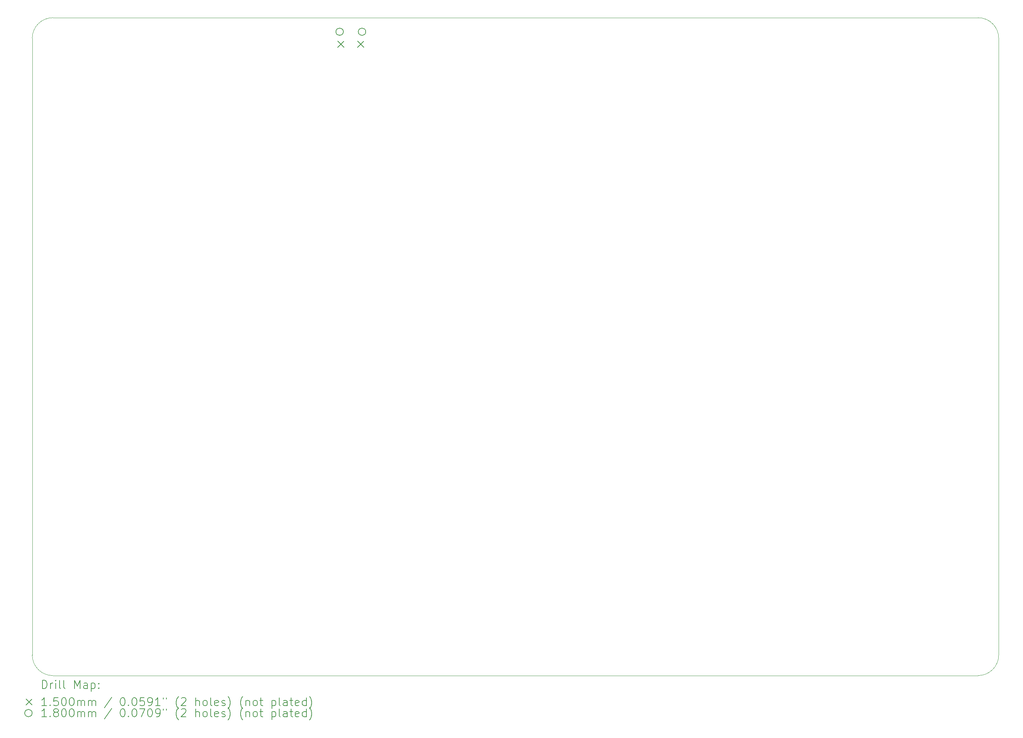
<source format=gbr>
%TF.GenerationSoftware,KiCad,Pcbnew,7.0.1*%
%TF.CreationDate,2024-12-08T14:30:28-06:00*%
%TF.ProjectId,input-output.MappedVideo,696e7075-742d-46f7-9574-7075742e4d61,V0.8*%
%TF.SameCoordinates,Original*%
%TF.FileFunction,Drillmap*%
%TF.FilePolarity,Positive*%
%FSLAX45Y45*%
G04 Gerber Fmt 4.5, Leading zero omitted, Abs format (unit mm)*
G04 Created by KiCad (PCBNEW 7.0.1) date 2024-12-08 14:30:28*
%MOMM*%
%LPD*%
G01*
G04 APERTURE LIST*
%ADD10C,0.050000*%
%ADD11C,0.200000*%
%ADD12C,0.150000*%
%ADD13C,0.180000*%
G04 APERTURE END LIST*
D10*
X3500000Y-7500000D02*
X3500000Y-22500000D01*
X4000000Y-23000000D02*
X26500000Y-23000000D01*
X27000000Y-22500000D02*
X27000000Y-7500000D01*
X26500000Y-7000000D02*
X4000000Y-7000000D01*
X27000000Y-7500000D02*
G75*
G03*
X26500000Y-7000000I-500000J0D01*
G01*
X3500000Y-22500000D02*
G75*
G03*
X4000000Y-23000000I500000J0D01*
G01*
X4000000Y-7000000D02*
G75*
G03*
X3500000Y-7500000I0J-500000D01*
G01*
X26500000Y-23000000D02*
G75*
G03*
X27000000Y-22500000I0J500000D01*
G01*
D11*
D12*
X10929500Y-7569200D02*
X11079500Y-7719200D01*
X11079500Y-7569200D02*
X10929500Y-7719200D01*
X11414500Y-7569200D02*
X11564500Y-7719200D01*
X11564500Y-7569200D02*
X11414500Y-7719200D01*
D13*
X11064500Y-7341200D02*
G75*
G03*
X11064500Y-7341200I-90000J0D01*
G01*
X11609500Y-7341200D02*
G75*
G03*
X11609500Y-7341200I-90000J0D01*
G01*
D11*
X3745119Y-23315024D02*
X3745119Y-23115024D01*
X3745119Y-23115024D02*
X3792738Y-23115024D01*
X3792738Y-23115024D02*
X3821309Y-23124548D01*
X3821309Y-23124548D02*
X3840357Y-23143595D01*
X3840357Y-23143595D02*
X3849881Y-23162643D01*
X3849881Y-23162643D02*
X3859405Y-23200738D01*
X3859405Y-23200738D02*
X3859405Y-23229309D01*
X3859405Y-23229309D02*
X3849881Y-23267405D01*
X3849881Y-23267405D02*
X3840357Y-23286452D01*
X3840357Y-23286452D02*
X3821309Y-23305500D01*
X3821309Y-23305500D02*
X3792738Y-23315024D01*
X3792738Y-23315024D02*
X3745119Y-23315024D01*
X3945119Y-23315024D02*
X3945119Y-23181690D01*
X3945119Y-23219786D02*
X3954643Y-23200738D01*
X3954643Y-23200738D02*
X3964167Y-23191214D01*
X3964167Y-23191214D02*
X3983214Y-23181690D01*
X3983214Y-23181690D02*
X4002262Y-23181690D01*
X4068928Y-23315024D02*
X4068928Y-23181690D01*
X4068928Y-23115024D02*
X4059405Y-23124548D01*
X4059405Y-23124548D02*
X4068928Y-23134071D01*
X4068928Y-23134071D02*
X4078452Y-23124548D01*
X4078452Y-23124548D02*
X4068928Y-23115024D01*
X4068928Y-23115024D02*
X4068928Y-23134071D01*
X4192738Y-23315024D02*
X4173690Y-23305500D01*
X4173690Y-23305500D02*
X4164167Y-23286452D01*
X4164167Y-23286452D02*
X4164167Y-23115024D01*
X4297500Y-23315024D02*
X4278452Y-23305500D01*
X4278452Y-23305500D02*
X4268929Y-23286452D01*
X4268929Y-23286452D02*
X4268929Y-23115024D01*
X4526071Y-23315024D02*
X4526071Y-23115024D01*
X4526071Y-23115024D02*
X4592738Y-23257881D01*
X4592738Y-23257881D02*
X4659405Y-23115024D01*
X4659405Y-23115024D02*
X4659405Y-23315024D01*
X4840357Y-23315024D02*
X4840357Y-23210262D01*
X4840357Y-23210262D02*
X4830833Y-23191214D01*
X4830833Y-23191214D02*
X4811786Y-23181690D01*
X4811786Y-23181690D02*
X4773690Y-23181690D01*
X4773690Y-23181690D02*
X4754643Y-23191214D01*
X4840357Y-23305500D02*
X4821310Y-23315024D01*
X4821310Y-23315024D02*
X4773690Y-23315024D01*
X4773690Y-23315024D02*
X4754643Y-23305500D01*
X4754643Y-23305500D02*
X4745119Y-23286452D01*
X4745119Y-23286452D02*
X4745119Y-23267405D01*
X4745119Y-23267405D02*
X4754643Y-23248357D01*
X4754643Y-23248357D02*
X4773690Y-23238833D01*
X4773690Y-23238833D02*
X4821310Y-23238833D01*
X4821310Y-23238833D02*
X4840357Y-23229309D01*
X4935595Y-23181690D02*
X4935595Y-23381690D01*
X4935595Y-23191214D02*
X4954643Y-23181690D01*
X4954643Y-23181690D02*
X4992738Y-23181690D01*
X4992738Y-23181690D02*
X5011786Y-23191214D01*
X5011786Y-23191214D02*
X5021310Y-23200738D01*
X5021310Y-23200738D02*
X5030833Y-23219786D01*
X5030833Y-23219786D02*
X5030833Y-23276928D01*
X5030833Y-23276928D02*
X5021310Y-23295976D01*
X5021310Y-23295976D02*
X5011786Y-23305500D01*
X5011786Y-23305500D02*
X4992738Y-23315024D01*
X4992738Y-23315024D02*
X4954643Y-23315024D01*
X4954643Y-23315024D02*
X4935595Y-23305500D01*
X5116548Y-23295976D02*
X5126071Y-23305500D01*
X5126071Y-23305500D02*
X5116548Y-23315024D01*
X5116548Y-23315024D02*
X5107024Y-23305500D01*
X5107024Y-23305500D02*
X5116548Y-23295976D01*
X5116548Y-23295976D02*
X5116548Y-23315024D01*
X5116548Y-23191214D02*
X5126071Y-23200738D01*
X5126071Y-23200738D02*
X5116548Y-23210262D01*
X5116548Y-23210262D02*
X5107024Y-23200738D01*
X5107024Y-23200738D02*
X5116548Y-23191214D01*
X5116548Y-23191214D02*
X5116548Y-23210262D01*
D12*
X3347500Y-23567500D02*
X3497500Y-23717500D01*
X3497500Y-23567500D02*
X3347500Y-23717500D01*
D11*
X3849881Y-23735024D02*
X3735595Y-23735024D01*
X3792738Y-23735024D02*
X3792738Y-23535024D01*
X3792738Y-23535024D02*
X3773690Y-23563595D01*
X3773690Y-23563595D02*
X3754643Y-23582643D01*
X3754643Y-23582643D02*
X3735595Y-23592167D01*
X3935595Y-23715976D02*
X3945119Y-23725500D01*
X3945119Y-23725500D02*
X3935595Y-23735024D01*
X3935595Y-23735024D02*
X3926071Y-23725500D01*
X3926071Y-23725500D02*
X3935595Y-23715976D01*
X3935595Y-23715976D02*
X3935595Y-23735024D01*
X4126071Y-23535024D02*
X4030833Y-23535024D01*
X4030833Y-23535024D02*
X4021309Y-23630262D01*
X4021309Y-23630262D02*
X4030833Y-23620738D01*
X4030833Y-23620738D02*
X4049881Y-23611214D01*
X4049881Y-23611214D02*
X4097500Y-23611214D01*
X4097500Y-23611214D02*
X4116548Y-23620738D01*
X4116548Y-23620738D02*
X4126071Y-23630262D01*
X4126071Y-23630262D02*
X4135595Y-23649309D01*
X4135595Y-23649309D02*
X4135595Y-23696928D01*
X4135595Y-23696928D02*
X4126071Y-23715976D01*
X4126071Y-23715976D02*
X4116548Y-23725500D01*
X4116548Y-23725500D02*
X4097500Y-23735024D01*
X4097500Y-23735024D02*
X4049881Y-23735024D01*
X4049881Y-23735024D02*
X4030833Y-23725500D01*
X4030833Y-23725500D02*
X4021309Y-23715976D01*
X4259405Y-23535024D02*
X4278452Y-23535024D01*
X4278452Y-23535024D02*
X4297500Y-23544548D01*
X4297500Y-23544548D02*
X4307024Y-23554071D01*
X4307024Y-23554071D02*
X4316548Y-23573119D01*
X4316548Y-23573119D02*
X4326071Y-23611214D01*
X4326071Y-23611214D02*
X4326071Y-23658833D01*
X4326071Y-23658833D02*
X4316548Y-23696928D01*
X4316548Y-23696928D02*
X4307024Y-23715976D01*
X4307024Y-23715976D02*
X4297500Y-23725500D01*
X4297500Y-23725500D02*
X4278452Y-23735024D01*
X4278452Y-23735024D02*
X4259405Y-23735024D01*
X4259405Y-23735024D02*
X4240357Y-23725500D01*
X4240357Y-23725500D02*
X4230833Y-23715976D01*
X4230833Y-23715976D02*
X4221310Y-23696928D01*
X4221310Y-23696928D02*
X4211786Y-23658833D01*
X4211786Y-23658833D02*
X4211786Y-23611214D01*
X4211786Y-23611214D02*
X4221310Y-23573119D01*
X4221310Y-23573119D02*
X4230833Y-23554071D01*
X4230833Y-23554071D02*
X4240357Y-23544548D01*
X4240357Y-23544548D02*
X4259405Y-23535024D01*
X4449881Y-23535024D02*
X4468929Y-23535024D01*
X4468929Y-23535024D02*
X4487976Y-23544548D01*
X4487976Y-23544548D02*
X4497500Y-23554071D01*
X4497500Y-23554071D02*
X4507024Y-23573119D01*
X4507024Y-23573119D02*
X4516548Y-23611214D01*
X4516548Y-23611214D02*
X4516548Y-23658833D01*
X4516548Y-23658833D02*
X4507024Y-23696928D01*
X4507024Y-23696928D02*
X4497500Y-23715976D01*
X4497500Y-23715976D02*
X4487976Y-23725500D01*
X4487976Y-23725500D02*
X4468929Y-23735024D01*
X4468929Y-23735024D02*
X4449881Y-23735024D01*
X4449881Y-23735024D02*
X4430833Y-23725500D01*
X4430833Y-23725500D02*
X4421310Y-23715976D01*
X4421310Y-23715976D02*
X4411786Y-23696928D01*
X4411786Y-23696928D02*
X4402262Y-23658833D01*
X4402262Y-23658833D02*
X4402262Y-23611214D01*
X4402262Y-23611214D02*
X4411786Y-23573119D01*
X4411786Y-23573119D02*
X4421310Y-23554071D01*
X4421310Y-23554071D02*
X4430833Y-23544548D01*
X4430833Y-23544548D02*
X4449881Y-23535024D01*
X4602262Y-23735024D02*
X4602262Y-23601690D01*
X4602262Y-23620738D02*
X4611786Y-23611214D01*
X4611786Y-23611214D02*
X4630833Y-23601690D01*
X4630833Y-23601690D02*
X4659405Y-23601690D01*
X4659405Y-23601690D02*
X4678452Y-23611214D01*
X4678452Y-23611214D02*
X4687976Y-23630262D01*
X4687976Y-23630262D02*
X4687976Y-23735024D01*
X4687976Y-23630262D02*
X4697500Y-23611214D01*
X4697500Y-23611214D02*
X4716548Y-23601690D01*
X4716548Y-23601690D02*
X4745119Y-23601690D01*
X4745119Y-23601690D02*
X4764167Y-23611214D01*
X4764167Y-23611214D02*
X4773691Y-23630262D01*
X4773691Y-23630262D02*
X4773691Y-23735024D01*
X4868929Y-23735024D02*
X4868929Y-23601690D01*
X4868929Y-23620738D02*
X4878452Y-23611214D01*
X4878452Y-23611214D02*
X4897500Y-23601690D01*
X4897500Y-23601690D02*
X4926072Y-23601690D01*
X4926072Y-23601690D02*
X4945119Y-23611214D01*
X4945119Y-23611214D02*
X4954643Y-23630262D01*
X4954643Y-23630262D02*
X4954643Y-23735024D01*
X4954643Y-23630262D02*
X4964167Y-23611214D01*
X4964167Y-23611214D02*
X4983214Y-23601690D01*
X4983214Y-23601690D02*
X5011786Y-23601690D01*
X5011786Y-23601690D02*
X5030833Y-23611214D01*
X5030833Y-23611214D02*
X5040357Y-23630262D01*
X5040357Y-23630262D02*
X5040357Y-23735024D01*
X5430833Y-23525500D02*
X5259405Y-23782643D01*
X5687976Y-23535024D02*
X5707024Y-23535024D01*
X5707024Y-23535024D02*
X5726072Y-23544548D01*
X5726072Y-23544548D02*
X5735595Y-23554071D01*
X5735595Y-23554071D02*
X5745119Y-23573119D01*
X5745119Y-23573119D02*
X5754643Y-23611214D01*
X5754643Y-23611214D02*
X5754643Y-23658833D01*
X5754643Y-23658833D02*
X5745119Y-23696928D01*
X5745119Y-23696928D02*
X5735595Y-23715976D01*
X5735595Y-23715976D02*
X5726072Y-23725500D01*
X5726072Y-23725500D02*
X5707024Y-23735024D01*
X5707024Y-23735024D02*
X5687976Y-23735024D01*
X5687976Y-23735024D02*
X5668929Y-23725500D01*
X5668929Y-23725500D02*
X5659405Y-23715976D01*
X5659405Y-23715976D02*
X5649881Y-23696928D01*
X5649881Y-23696928D02*
X5640357Y-23658833D01*
X5640357Y-23658833D02*
X5640357Y-23611214D01*
X5640357Y-23611214D02*
X5649881Y-23573119D01*
X5649881Y-23573119D02*
X5659405Y-23554071D01*
X5659405Y-23554071D02*
X5668929Y-23544548D01*
X5668929Y-23544548D02*
X5687976Y-23535024D01*
X5840357Y-23715976D02*
X5849881Y-23725500D01*
X5849881Y-23725500D02*
X5840357Y-23735024D01*
X5840357Y-23735024D02*
X5830833Y-23725500D01*
X5830833Y-23725500D02*
X5840357Y-23715976D01*
X5840357Y-23715976D02*
X5840357Y-23735024D01*
X5973691Y-23535024D02*
X5992738Y-23535024D01*
X5992738Y-23535024D02*
X6011786Y-23544548D01*
X6011786Y-23544548D02*
X6021310Y-23554071D01*
X6021310Y-23554071D02*
X6030833Y-23573119D01*
X6030833Y-23573119D02*
X6040357Y-23611214D01*
X6040357Y-23611214D02*
X6040357Y-23658833D01*
X6040357Y-23658833D02*
X6030833Y-23696928D01*
X6030833Y-23696928D02*
X6021310Y-23715976D01*
X6021310Y-23715976D02*
X6011786Y-23725500D01*
X6011786Y-23725500D02*
X5992738Y-23735024D01*
X5992738Y-23735024D02*
X5973691Y-23735024D01*
X5973691Y-23735024D02*
X5954643Y-23725500D01*
X5954643Y-23725500D02*
X5945119Y-23715976D01*
X5945119Y-23715976D02*
X5935595Y-23696928D01*
X5935595Y-23696928D02*
X5926072Y-23658833D01*
X5926072Y-23658833D02*
X5926072Y-23611214D01*
X5926072Y-23611214D02*
X5935595Y-23573119D01*
X5935595Y-23573119D02*
X5945119Y-23554071D01*
X5945119Y-23554071D02*
X5954643Y-23544548D01*
X5954643Y-23544548D02*
X5973691Y-23535024D01*
X6221310Y-23535024D02*
X6126072Y-23535024D01*
X6126072Y-23535024D02*
X6116548Y-23630262D01*
X6116548Y-23630262D02*
X6126072Y-23620738D01*
X6126072Y-23620738D02*
X6145119Y-23611214D01*
X6145119Y-23611214D02*
X6192738Y-23611214D01*
X6192738Y-23611214D02*
X6211786Y-23620738D01*
X6211786Y-23620738D02*
X6221310Y-23630262D01*
X6221310Y-23630262D02*
X6230833Y-23649309D01*
X6230833Y-23649309D02*
X6230833Y-23696928D01*
X6230833Y-23696928D02*
X6221310Y-23715976D01*
X6221310Y-23715976D02*
X6211786Y-23725500D01*
X6211786Y-23725500D02*
X6192738Y-23735024D01*
X6192738Y-23735024D02*
X6145119Y-23735024D01*
X6145119Y-23735024D02*
X6126072Y-23725500D01*
X6126072Y-23725500D02*
X6116548Y-23715976D01*
X6326072Y-23735024D02*
X6364167Y-23735024D01*
X6364167Y-23735024D02*
X6383214Y-23725500D01*
X6383214Y-23725500D02*
X6392738Y-23715976D01*
X6392738Y-23715976D02*
X6411786Y-23687405D01*
X6411786Y-23687405D02*
X6421310Y-23649309D01*
X6421310Y-23649309D02*
X6421310Y-23573119D01*
X6421310Y-23573119D02*
X6411786Y-23554071D01*
X6411786Y-23554071D02*
X6402262Y-23544548D01*
X6402262Y-23544548D02*
X6383214Y-23535024D01*
X6383214Y-23535024D02*
X6345119Y-23535024D01*
X6345119Y-23535024D02*
X6326072Y-23544548D01*
X6326072Y-23544548D02*
X6316548Y-23554071D01*
X6316548Y-23554071D02*
X6307024Y-23573119D01*
X6307024Y-23573119D02*
X6307024Y-23620738D01*
X6307024Y-23620738D02*
X6316548Y-23639786D01*
X6316548Y-23639786D02*
X6326072Y-23649309D01*
X6326072Y-23649309D02*
X6345119Y-23658833D01*
X6345119Y-23658833D02*
X6383214Y-23658833D01*
X6383214Y-23658833D02*
X6402262Y-23649309D01*
X6402262Y-23649309D02*
X6411786Y-23639786D01*
X6411786Y-23639786D02*
X6421310Y-23620738D01*
X6611786Y-23735024D02*
X6497500Y-23735024D01*
X6554643Y-23735024D02*
X6554643Y-23535024D01*
X6554643Y-23535024D02*
X6535595Y-23563595D01*
X6535595Y-23563595D02*
X6516548Y-23582643D01*
X6516548Y-23582643D02*
X6497500Y-23592167D01*
X6687976Y-23535024D02*
X6687976Y-23573119D01*
X6764167Y-23535024D02*
X6764167Y-23573119D01*
X7059405Y-23811214D02*
X7049881Y-23801690D01*
X7049881Y-23801690D02*
X7030834Y-23773119D01*
X7030834Y-23773119D02*
X7021310Y-23754071D01*
X7021310Y-23754071D02*
X7011786Y-23725500D01*
X7011786Y-23725500D02*
X7002262Y-23677881D01*
X7002262Y-23677881D02*
X7002262Y-23639786D01*
X7002262Y-23639786D02*
X7011786Y-23592167D01*
X7011786Y-23592167D02*
X7021310Y-23563595D01*
X7021310Y-23563595D02*
X7030834Y-23544548D01*
X7030834Y-23544548D02*
X7049881Y-23515976D01*
X7049881Y-23515976D02*
X7059405Y-23506452D01*
X7126072Y-23554071D02*
X7135595Y-23544548D01*
X7135595Y-23544548D02*
X7154643Y-23535024D01*
X7154643Y-23535024D02*
X7202262Y-23535024D01*
X7202262Y-23535024D02*
X7221310Y-23544548D01*
X7221310Y-23544548D02*
X7230834Y-23554071D01*
X7230834Y-23554071D02*
X7240357Y-23573119D01*
X7240357Y-23573119D02*
X7240357Y-23592167D01*
X7240357Y-23592167D02*
X7230834Y-23620738D01*
X7230834Y-23620738D02*
X7116548Y-23735024D01*
X7116548Y-23735024D02*
X7240357Y-23735024D01*
X7478453Y-23735024D02*
X7478453Y-23535024D01*
X7564167Y-23735024D02*
X7564167Y-23630262D01*
X7564167Y-23630262D02*
X7554643Y-23611214D01*
X7554643Y-23611214D02*
X7535596Y-23601690D01*
X7535596Y-23601690D02*
X7507024Y-23601690D01*
X7507024Y-23601690D02*
X7487976Y-23611214D01*
X7487976Y-23611214D02*
X7478453Y-23620738D01*
X7687976Y-23735024D02*
X7668929Y-23725500D01*
X7668929Y-23725500D02*
X7659405Y-23715976D01*
X7659405Y-23715976D02*
X7649881Y-23696928D01*
X7649881Y-23696928D02*
X7649881Y-23639786D01*
X7649881Y-23639786D02*
X7659405Y-23620738D01*
X7659405Y-23620738D02*
X7668929Y-23611214D01*
X7668929Y-23611214D02*
X7687976Y-23601690D01*
X7687976Y-23601690D02*
X7716548Y-23601690D01*
X7716548Y-23601690D02*
X7735596Y-23611214D01*
X7735596Y-23611214D02*
X7745119Y-23620738D01*
X7745119Y-23620738D02*
X7754643Y-23639786D01*
X7754643Y-23639786D02*
X7754643Y-23696928D01*
X7754643Y-23696928D02*
X7745119Y-23715976D01*
X7745119Y-23715976D02*
X7735596Y-23725500D01*
X7735596Y-23725500D02*
X7716548Y-23735024D01*
X7716548Y-23735024D02*
X7687976Y-23735024D01*
X7868929Y-23735024D02*
X7849881Y-23725500D01*
X7849881Y-23725500D02*
X7840357Y-23706452D01*
X7840357Y-23706452D02*
X7840357Y-23535024D01*
X8021310Y-23725500D02*
X8002262Y-23735024D01*
X8002262Y-23735024D02*
X7964167Y-23735024D01*
X7964167Y-23735024D02*
X7945119Y-23725500D01*
X7945119Y-23725500D02*
X7935596Y-23706452D01*
X7935596Y-23706452D02*
X7935596Y-23630262D01*
X7935596Y-23630262D02*
X7945119Y-23611214D01*
X7945119Y-23611214D02*
X7964167Y-23601690D01*
X7964167Y-23601690D02*
X8002262Y-23601690D01*
X8002262Y-23601690D02*
X8021310Y-23611214D01*
X8021310Y-23611214D02*
X8030834Y-23630262D01*
X8030834Y-23630262D02*
X8030834Y-23649309D01*
X8030834Y-23649309D02*
X7935596Y-23668357D01*
X8107024Y-23725500D02*
X8126072Y-23735024D01*
X8126072Y-23735024D02*
X8164167Y-23735024D01*
X8164167Y-23735024D02*
X8183215Y-23725500D01*
X8183215Y-23725500D02*
X8192738Y-23706452D01*
X8192738Y-23706452D02*
X8192738Y-23696928D01*
X8192738Y-23696928D02*
X8183215Y-23677881D01*
X8183215Y-23677881D02*
X8164167Y-23668357D01*
X8164167Y-23668357D02*
X8135596Y-23668357D01*
X8135596Y-23668357D02*
X8116548Y-23658833D01*
X8116548Y-23658833D02*
X8107024Y-23639786D01*
X8107024Y-23639786D02*
X8107024Y-23630262D01*
X8107024Y-23630262D02*
X8116548Y-23611214D01*
X8116548Y-23611214D02*
X8135596Y-23601690D01*
X8135596Y-23601690D02*
X8164167Y-23601690D01*
X8164167Y-23601690D02*
X8183215Y-23611214D01*
X8259405Y-23811214D02*
X8268929Y-23801690D01*
X8268929Y-23801690D02*
X8287977Y-23773119D01*
X8287977Y-23773119D02*
X8297500Y-23754071D01*
X8297500Y-23754071D02*
X8307024Y-23725500D01*
X8307024Y-23725500D02*
X8316548Y-23677881D01*
X8316548Y-23677881D02*
X8316548Y-23639786D01*
X8316548Y-23639786D02*
X8307024Y-23592167D01*
X8307024Y-23592167D02*
X8297500Y-23563595D01*
X8297500Y-23563595D02*
X8287977Y-23544548D01*
X8287977Y-23544548D02*
X8268929Y-23515976D01*
X8268929Y-23515976D02*
X8259405Y-23506452D01*
X8621310Y-23811214D02*
X8611786Y-23801690D01*
X8611786Y-23801690D02*
X8592739Y-23773119D01*
X8592739Y-23773119D02*
X8583215Y-23754071D01*
X8583215Y-23754071D02*
X8573691Y-23725500D01*
X8573691Y-23725500D02*
X8564167Y-23677881D01*
X8564167Y-23677881D02*
X8564167Y-23639786D01*
X8564167Y-23639786D02*
X8573691Y-23592167D01*
X8573691Y-23592167D02*
X8583215Y-23563595D01*
X8583215Y-23563595D02*
X8592739Y-23544548D01*
X8592739Y-23544548D02*
X8611786Y-23515976D01*
X8611786Y-23515976D02*
X8621310Y-23506452D01*
X8697500Y-23601690D02*
X8697500Y-23735024D01*
X8697500Y-23620738D02*
X8707024Y-23611214D01*
X8707024Y-23611214D02*
X8726072Y-23601690D01*
X8726072Y-23601690D02*
X8754643Y-23601690D01*
X8754643Y-23601690D02*
X8773691Y-23611214D01*
X8773691Y-23611214D02*
X8783215Y-23630262D01*
X8783215Y-23630262D02*
X8783215Y-23735024D01*
X8907024Y-23735024D02*
X8887977Y-23725500D01*
X8887977Y-23725500D02*
X8878453Y-23715976D01*
X8878453Y-23715976D02*
X8868929Y-23696928D01*
X8868929Y-23696928D02*
X8868929Y-23639786D01*
X8868929Y-23639786D02*
X8878453Y-23620738D01*
X8878453Y-23620738D02*
X8887977Y-23611214D01*
X8887977Y-23611214D02*
X8907024Y-23601690D01*
X8907024Y-23601690D02*
X8935596Y-23601690D01*
X8935596Y-23601690D02*
X8954643Y-23611214D01*
X8954643Y-23611214D02*
X8964167Y-23620738D01*
X8964167Y-23620738D02*
X8973691Y-23639786D01*
X8973691Y-23639786D02*
X8973691Y-23696928D01*
X8973691Y-23696928D02*
X8964167Y-23715976D01*
X8964167Y-23715976D02*
X8954643Y-23725500D01*
X8954643Y-23725500D02*
X8935596Y-23735024D01*
X8935596Y-23735024D02*
X8907024Y-23735024D01*
X9030834Y-23601690D02*
X9107024Y-23601690D01*
X9059405Y-23535024D02*
X9059405Y-23706452D01*
X9059405Y-23706452D02*
X9068929Y-23725500D01*
X9068929Y-23725500D02*
X9087977Y-23735024D01*
X9087977Y-23735024D02*
X9107024Y-23735024D01*
X9326072Y-23601690D02*
X9326072Y-23801690D01*
X9326072Y-23611214D02*
X9345120Y-23601690D01*
X9345120Y-23601690D02*
X9383215Y-23601690D01*
X9383215Y-23601690D02*
X9402262Y-23611214D01*
X9402262Y-23611214D02*
X9411786Y-23620738D01*
X9411786Y-23620738D02*
X9421310Y-23639786D01*
X9421310Y-23639786D02*
X9421310Y-23696928D01*
X9421310Y-23696928D02*
X9411786Y-23715976D01*
X9411786Y-23715976D02*
X9402262Y-23725500D01*
X9402262Y-23725500D02*
X9383215Y-23735024D01*
X9383215Y-23735024D02*
X9345120Y-23735024D01*
X9345120Y-23735024D02*
X9326072Y-23725500D01*
X9535596Y-23735024D02*
X9516548Y-23725500D01*
X9516548Y-23725500D02*
X9507024Y-23706452D01*
X9507024Y-23706452D02*
X9507024Y-23535024D01*
X9697501Y-23735024D02*
X9697501Y-23630262D01*
X9697501Y-23630262D02*
X9687977Y-23611214D01*
X9687977Y-23611214D02*
X9668929Y-23601690D01*
X9668929Y-23601690D02*
X9630834Y-23601690D01*
X9630834Y-23601690D02*
X9611786Y-23611214D01*
X9697501Y-23725500D02*
X9678453Y-23735024D01*
X9678453Y-23735024D02*
X9630834Y-23735024D01*
X9630834Y-23735024D02*
X9611786Y-23725500D01*
X9611786Y-23725500D02*
X9602262Y-23706452D01*
X9602262Y-23706452D02*
X9602262Y-23687405D01*
X9602262Y-23687405D02*
X9611786Y-23668357D01*
X9611786Y-23668357D02*
X9630834Y-23658833D01*
X9630834Y-23658833D02*
X9678453Y-23658833D01*
X9678453Y-23658833D02*
X9697501Y-23649309D01*
X9764167Y-23601690D02*
X9840358Y-23601690D01*
X9792739Y-23535024D02*
X9792739Y-23706452D01*
X9792739Y-23706452D02*
X9802262Y-23725500D01*
X9802262Y-23725500D02*
X9821310Y-23735024D01*
X9821310Y-23735024D02*
X9840358Y-23735024D01*
X9983215Y-23725500D02*
X9964167Y-23735024D01*
X9964167Y-23735024D02*
X9926072Y-23735024D01*
X9926072Y-23735024D02*
X9907024Y-23725500D01*
X9907024Y-23725500D02*
X9897501Y-23706452D01*
X9897501Y-23706452D02*
X9897501Y-23630262D01*
X9897501Y-23630262D02*
X9907024Y-23611214D01*
X9907024Y-23611214D02*
X9926072Y-23601690D01*
X9926072Y-23601690D02*
X9964167Y-23601690D01*
X9964167Y-23601690D02*
X9983215Y-23611214D01*
X9983215Y-23611214D02*
X9992739Y-23630262D01*
X9992739Y-23630262D02*
X9992739Y-23649309D01*
X9992739Y-23649309D02*
X9897501Y-23668357D01*
X10164167Y-23735024D02*
X10164167Y-23535024D01*
X10164167Y-23725500D02*
X10145120Y-23735024D01*
X10145120Y-23735024D02*
X10107024Y-23735024D01*
X10107024Y-23735024D02*
X10087977Y-23725500D01*
X10087977Y-23725500D02*
X10078453Y-23715976D01*
X10078453Y-23715976D02*
X10068929Y-23696928D01*
X10068929Y-23696928D02*
X10068929Y-23639786D01*
X10068929Y-23639786D02*
X10078453Y-23620738D01*
X10078453Y-23620738D02*
X10087977Y-23611214D01*
X10087977Y-23611214D02*
X10107024Y-23601690D01*
X10107024Y-23601690D02*
X10145120Y-23601690D01*
X10145120Y-23601690D02*
X10164167Y-23611214D01*
X10240358Y-23811214D02*
X10249882Y-23801690D01*
X10249882Y-23801690D02*
X10268929Y-23773119D01*
X10268929Y-23773119D02*
X10278453Y-23754071D01*
X10278453Y-23754071D02*
X10287977Y-23725500D01*
X10287977Y-23725500D02*
X10297501Y-23677881D01*
X10297501Y-23677881D02*
X10297501Y-23639786D01*
X10297501Y-23639786D02*
X10287977Y-23592167D01*
X10287977Y-23592167D02*
X10278453Y-23563595D01*
X10278453Y-23563595D02*
X10268929Y-23544548D01*
X10268929Y-23544548D02*
X10249882Y-23515976D01*
X10249882Y-23515976D02*
X10240358Y-23506452D01*
D13*
X3497500Y-23912500D02*
G75*
G03*
X3497500Y-23912500I-90000J0D01*
G01*
D11*
X3849881Y-24005024D02*
X3735595Y-24005024D01*
X3792738Y-24005024D02*
X3792738Y-23805024D01*
X3792738Y-23805024D02*
X3773690Y-23833595D01*
X3773690Y-23833595D02*
X3754643Y-23852643D01*
X3754643Y-23852643D02*
X3735595Y-23862167D01*
X3935595Y-23985976D02*
X3945119Y-23995500D01*
X3945119Y-23995500D02*
X3935595Y-24005024D01*
X3935595Y-24005024D02*
X3926071Y-23995500D01*
X3926071Y-23995500D02*
X3935595Y-23985976D01*
X3935595Y-23985976D02*
X3935595Y-24005024D01*
X4059405Y-23890738D02*
X4040357Y-23881214D01*
X4040357Y-23881214D02*
X4030833Y-23871690D01*
X4030833Y-23871690D02*
X4021309Y-23852643D01*
X4021309Y-23852643D02*
X4021309Y-23843119D01*
X4021309Y-23843119D02*
X4030833Y-23824071D01*
X4030833Y-23824071D02*
X4040357Y-23814548D01*
X4040357Y-23814548D02*
X4059405Y-23805024D01*
X4059405Y-23805024D02*
X4097500Y-23805024D01*
X4097500Y-23805024D02*
X4116548Y-23814548D01*
X4116548Y-23814548D02*
X4126071Y-23824071D01*
X4126071Y-23824071D02*
X4135595Y-23843119D01*
X4135595Y-23843119D02*
X4135595Y-23852643D01*
X4135595Y-23852643D02*
X4126071Y-23871690D01*
X4126071Y-23871690D02*
X4116548Y-23881214D01*
X4116548Y-23881214D02*
X4097500Y-23890738D01*
X4097500Y-23890738D02*
X4059405Y-23890738D01*
X4059405Y-23890738D02*
X4040357Y-23900262D01*
X4040357Y-23900262D02*
X4030833Y-23909786D01*
X4030833Y-23909786D02*
X4021309Y-23928833D01*
X4021309Y-23928833D02*
X4021309Y-23966928D01*
X4021309Y-23966928D02*
X4030833Y-23985976D01*
X4030833Y-23985976D02*
X4040357Y-23995500D01*
X4040357Y-23995500D02*
X4059405Y-24005024D01*
X4059405Y-24005024D02*
X4097500Y-24005024D01*
X4097500Y-24005024D02*
X4116548Y-23995500D01*
X4116548Y-23995500D02*
X4126071Y-23985976D01*
X4126071Y-23985976D02*
X4135595Y-23966928D01*
X4135595Y-23966928D02*
X4135595Y-23928833D01*
X4135595Y-23928833D02*
X4126071Y-23909786D01*
X4126071Y-23909786D02*
X4116548Y-23900262D01*
X4116548Y-23900262D02*
X4097500Y-23890738D01*
X4259405Y-23805024D02*
X4278452Y-23805024D01*
X4278452Y-23805024D02*
X4297500Y-23814548D01*
X4297500Y-23814548D02*
X4307024Y-23824071D01*
X4307024Y-23824071D02*
X4316548Y-23843119D01*
X4316548Y-23843119D02*
X4326071Y-23881214D01*
X4326071Y-23881214D02*
X4326071Y-23928833D01*
X4326071Y-23928833D02*
X4316548Y-23966928D01*
X4316548Y-23966928D02*
X4307024Y-23985976D01*
X4307024Y-23985976D02*
X4297500Y-23995500D01*
X4297500Y-23995500D02*
X4278452Y-24005024D01*
X4278452Y-24005024D02*
X4259405Y-24005024D01*
X4259405Y-24005024D02*
X4240357Y-23995500D01*
X4240357Y-23995500D02*
X4230833Y-23985976D01*
X4230833Y-23985976D02*
X4221310Y-23966928D01*
X4221310Y-23966928D02*
X4211786Y-23928833D01*
X4211786Y-23928833D02*
X4211786Y-23881214D01*
X4211786Y-23881214D02*
X4221310Y-23843119D01*
X4221310Y-23843119D02*
X4230833Y-23824071D01*
X4230833Y-23824071D02*
X4240357Y-23814548D01*
X4240357Y-23814548D02*
X4259405Y-23805024D01*
X4449881Y-23805024D02*
X4468929Y-23805024D01*
X4468929Y-23805024D02*
X4487976Y-23814548D01*
X4487976Y-23814548D02*
X4497500Y-23824071D01*
X4497500Y-23824071D02*
X4507024Y-23843119D01*
X4507024Y-23843119D02*
X4516548Y-23881214D01*
X4516548Y-23881214D02*
X4516548Y-23928833D01*
X4516548Y-23928833D02*
X4507024Y-23966928D01*
X4507024Y-23966928D02*
X4497500Y-23985976D01*
X4497500Y-23985976D02*
X4487976Y-23995500D01*
X4487976Y-23995500D02*
X4468929Y-24005024D01*
X4468929Y-24005024D02*
X4449881Y-24005024D01*
X4449881Y-24005024D02*
X4430833Y-23995500D01*
X4430833Y-23995500D02*
X4421310Y-23985976D01*
X4421310Y-23985976D02*
X4411786Y-23966928D01*
X4411786Y-23966928D02*
X4402262Y-23928833D01*
X4402262Y-23928833D02*
X4402262Y-23881214D01*
X4402262Y-23881214D02*
X4411786Y-23843119D01*
X4411786Y-23843119D02*
X4421310Y-23824071D01*
X4421310Y-23824071D02*
X4430833Y-23814548D01*
X4430833Y-23814548D02*
X4449881Y-23805024D01*
X4602262Y-24005024D02*
X4602262Y-23871690D01*
X4602262Y-23890738D02*
X4611786Y-23881214D01*
X4611786Y-23881214D02*
X4630833Y-23871690D01*
X4630833Y-23871690D02*
X4659405Y-23871690D01*
X4659405Y-23871690D02*
X4678452Y-23881214D01*
X4678452Y-23881214D02*
X4687976Y-23900262D01*
X4687976Y-23900262D02*
X4687976Y-24005024D01*
X4687976Y-23900262D02*
X4697500Y-23881214D01*
X4697500Y-23881214D02*
X4716548Y-23871690D01*
X4716548Y-23871690D02*
X4745119Y-23871690D01*
X4745119Y-23871690D02*
X4764167Y-23881214D01*
X4764167Y-23881214D02*
X4773691Y-23900262D01*
X4773691Y-23900262D02*
X4773691Y-24005024D01*
X4868929Y-24005024D02*
X4868929Y-23871690D01*
X4868929Y-23890738D02*
X4878452Y-23881214D01*
X4878452Y-23881214D02*
X4897500Y-23871690D01*
X4897500Y-23871690D02*
X4926072Y-23871690D01*
X4926072Y-23871690D02*
X4945119Y-23881214D01*
X4945119Y-23881214D02*
X4954643Y-23900262D01*
X4954643Y-23900262D02*
X4954643Y-24005024D01*
X4954643Y-23900262D02*
X4964167Y-23881214D01*
X4964167Y-23881214D02*
X4983214Y-23871690D01*
X4983214Y-23871690D02*
X5011786Y-23871690D01*
X5011786Y-23871690D02*
X5030833Y-23881214D01*
X5030833Y-23881214D02*
X5040357Y-23900262D01*
X5040357Y-23900262D02*
X5040357Y-24005024D01*
X5430833Y-23795500D02*
X5259405Y-24052643D01*
X5687976Y-23805024D02*
X5707024Y-23805024D01*
X5707024Y-23805024D02*
X5726072Y-23814548D01*
X5726072Y-23814548D02*
X5735595Y-23824071D01*
X5735595Y-23824071D02*
X5745119Y-23843119D01*
X5745119Y-23843119D02*
X5754643Y-23881214D01*
X5754643Y-23881214D02*
X5754643Y-23928833D01*
X5754643Y-23928833D02*
X5745119Y-23966928D01*
X5745119Y-23966928D02*
X5735595Y-23985976D01*
X5735595Y-23985976D02*
X5726072Y-23995500D01*
X5726072Y-23995500D02*
X5707024Y-24005024D01*
X5707024Y-24005024D02*
X5687976Y-24005024D01*
X5687976Y-24005024D02*
X5668929Y-23995500D01*
X5668929Y-23995500D02*
X5659405Y-23985976D01*
X5659405Y-23985976D02*
X5649881Y-23966928D01*
X5649881Y-23966928D02*
X5640357Y-23928833D01*
X5640357Y-23928833D02*
X5640357Y-23881214D01*
X5640357Y-23881214D02*
X5649881Y-23843119D01*
X5649881Y-23843119D02*
X5659405Y-23824071D01*
X5659405Y-23824071D02*
X5668929Y-23814548D01*
X5668929Y-23814548D02*
X5687976Y-23805024D01*
X5840357Y-23985976D02*
X5849881Y-23995500D01*
X5849881Y-23995500D02*
X5840357Y-24005024D01*
X5840357Y-24005024D02*
X5830833Y-23995500D01*
X5830833Y-23995500D02*
X5840357Y-23985976D01*
X5840357Y-23985976D02*
X5840357Y-24005024D01*
X5973691Y-23805024D02*
X5992738Y-23805024D01*
X5992738Y-23805024D02*
X6011786Y-23814548D01*
X6011786Y-23814548D02*
X6021310Y-23824071D01*
X6021310Y-23824071D02*
X6030833Y-23843119D01*
X6030833Y-23843119D02*
X6040357Y-23881214D01*
X6040357Y-23881214D02*
X6040357Y-23928833D01*
X6040357Y-23928833D02*
X6030833Y-23966928D01*
X6030833Y-23966928D02*
X6021310Y-23985976D01*
X6021310Y-23985976D02*
X6011786Y-23995500D01*
X6011786Y-23995500D02*
X5992738Y-24005024D01*
X5992738Y-24005024D02*
X5973691Y-24005024D01*
X5973691Y-24005024D02*
X5954643Y-23995500D01*
X5954643Y-23995500D02*
X5945119Y-23985976D01*
X5945119Y-23985976D02*
X5935595Y-23966928D01*
X5935595Y-23966928D02*
X5926072Y-23928833D01*
X5926072Y-23928833D02*
X5926072Y-23881214D01*
X5926072Y-23881214D02*
X5935595Y-23843119D01*
X5935595Y-23843119D02*
X5945119Y-23824071D01*
X5945119Y-23824071D02*
X5954643Y-23814548D01*
X5954643Y-23814548D02*
X5973691Y-23805024D01*
X6107024Y-23805024D02*
X6240357Y-23805024D01*
X6240357Y-23805024D02*
X6154643Y-24005024D01*
X6354643Y-23805024D02*
X6373691Y-23805024D01*
X6373691Y-23805024D02*
X6392738Y-23814548D01*
X6392738Y-23814548D02*
X6402262Y-23824071D01*
X6402262Y-23824071D02*
X6411786Y-23843119D01*
X6411786Y-23843119D02*
X6421310Y-23881214D01*
X6421310Y-23881214D02*
X6421310Y-23928833D01*
X6421310Y-23928833D02*
X6411786Y-23966928D01*
X6411786Y-23966928D02*
X6402262Y-23985976D01*
X6402262Y-23985976D02*
X6392738Y-23995500D01*
X6392738Y-23995500D02*
X6373691Y-24005024D01*
X6373691Y-24005024D02*
X6354643Y-24005024D01*
X6354643Y-24005024D02*
X6335595Y-23995500D01*
X6335595Y-23995500D02*
X6326072Y-23985976D01*
X6326072Y-23985976D02*
X6316548Y-23966928D01*
X6316548Y-23966928D02*
X6307024Y-23928833D01*
X6307024Y-23928833D02*
X6307024Y-23881214D01*
X6307024Y-23881214D02*
X6316548Y-23843119D01*
X6316548Y-23843119D02*
X6326072Y-23824071D01*
X6326072Y-23824071D02*
X6335595Y-23814548D01*
X6335595Y-23814548D02*
X6354643Y-23805024D01*
X6516548Y-24005024D02*
X6554643Y-24005024D01*
X6554643Y-24005024D02*
X6573691Y-23995500D01*
X6573691Y-23995500D02*
X6583214Y-23985976D01*
X6583214Y-23985976D02*
X6602262Y-23957405D01*
X6602262Y-23957405D02*
X6611786Y-23919309D01*
X6611786Y-23919309D02*
X6611786Y-23843119D01*
X6611786Y-23843119D02*
X6602262Y-23824071D01*
X6602262Y-23824071D02*
X6592738Y-23814548D01*
X6592738Y-23814548D02*
X6573691Y-23805024D01*
X6573691Y-23805024D02*
X6535595Y-23805024D01*
X6535595Y-23805024D02*
X6516548Y-23814548D01*
X6516548Y-23814548D02*
X6507024Y-23824071D01*
X6507024Y-23824071D02*
X6497500Y-23843119D01*
X6497500Y-23843119D02*
X6497500Y-23890738D01*
X6497500Y-23890738D02*
X6507024Y-23909786D01*
X6507024Y-23909786D02*
X6516548Y-23919309D01*
X6516548Y-23919309D02*
X6535595Y-23928833D01*
X6535595Y-23928833D02*
X6573691Y-23928833D01*
X6573691Y-23928833D02*
X6592738Y-23919309D01*
X6592738Y-23919309D02*
X6602262Y-23909786D01*
X6602262Y-23909786D02*
X6611786Y-23890738D01*
X6687976Y-23805024D02*
X6687976Y-23843119D01*
X6764167Y-23805024D02*
X6764167Y-23843119D01*
X7059405Y-24081214D02*
X7049881Y-24071690D01*
X7049881Y-24071690D02*
X7030834Y-24043119D01*
X7030834Y-24043119D02*
X7021310Y-24024071D01*
X7021310Y-24024071D02*
X7011786Y-23995500D01*
X7011786Y-23995500D02*
X7002262Y-23947881D01*
X7002262Y-23947881D02*
X7002262Y-23909786D01*
X7002262Y-23909786D02*
X7011786Y-23862167D01*
X7011786Y-23862167D02*
X7021310Y-23833595D01*
X7021310Y-23833595D02*
X7030834Y-23814548D01*
X7030834Y-23814548D02*
X7049881Y-23785976D01*
X7049881Y-23785976D02*
X7059405Y-23776452D01*
X7126072Y-23824071D02*
X7135595Y-23814548D01*
X7135595Y-23814548D02*
X7154643Y-23805024D01*
X7154643Y-23805024D02*
X7202262Y-23805024D01*
X7202262Y-23805024D02*
X7221310Y-23814548D01*
X7221310Y-23814548D02*
X7230834Y-23824071D01*
X7230834Y-23824071D02*
X7240357Y-23843119D01*
X7240357Y-23843119D02*
X7240357Y-23862167D01*
X7240357Y-23862167D02*
X7230834Y-23890738D01*
X7230834Y-23890738D02*
X7116548Y-24005024D01*
X7116548Y-24005024D02*
X7240357Y-24005024D01*
X7478453Y-24005024D02*
X7478453Y-23805024D01*
X7564167Y-24005024D02*
X7564167Y-23900262D01*
X7564167Y-23900262D02*
X7554643Y-23881214D01*
X7554643Y-23881214D02*
X7535596Y-23871690D01*
X7535596Y-23871690D02*
X7507024Y-23871690D01*
X7507024Y-23871690D02*
X7487976Y-23881214D01*
X7487976Y-23881214D02*
X7478453Y-23890738D01*
X7687976Y-24005024D02*
X7668929Y-23995500D01*
X7668929Y-23995500D02*
X7659405Y-23985976D01*
X7659405Y-23985976D02*
X7649881Y-23966928D01*
X7649881Y-23966928D02*
X7649881Y-23909786D01*
X7649881Y-23909786D02*
X7659405Y-23890738D01*
X7659405Y-23890738D02*
X7668929Y-23881214D01*
X7668929Y-23881214D02*
X7687976Y-23871690D01*
X7687976Y-23871690D02*
X7716548Y-23871690D01*
X7716548Y-23871690D02*
X7735596Y-23881214D01*
X7735596Y-23881214D02*
X7745119Y-23890738D01*
X7745119Y-23890738D02*
X7754643Y-23909786D01*
X7754643Y-23909786D02*
X7754643Y-23966928D01*
X7754643Y-23966928D02*
X7745119Y-23985976D01*
X7745119Y-23985976D02*
X7735596Y-23995500D01*
X7735596Y-23995500D02*
X7716548Y-24005024D01*
X7716548Y-24005024D02*
X7687976Y-24005024D01*
X7868929Y-24005024D02*
X7849881Y-23995500D01*
X7849881Y-23995500D02*
X7840357Y-23976452D01*
X7840357Y-23976452D02*
X7840357Y-23805024D01*
X8021310Y-23995500D02*
X8002262Y-24005024D01*
X8002262Y-24005024D02*
X7964167Y-24005024D01*
X7964167Y-24005024D02*
X7945119Y-23995500D01*
X7945119Y-23995500D02*
X7935596Y-23976452D01*
X7935596Y-23976452D02*
X7935596Y-23900262D01*
X7935596Y-23900262D02*
X7945119Y-23881214D01*
X7945119Y-23881214D02*
X7964167Y-23871690D01*
X7964167Y-23871690D02*
X8002262Y-23871690D01*
X8002262Y-23871690D02*
X8021310Y-23881214D01*
X8021310Y-23881214D02*
X8030834Y-23900262D01*
X8030834Y-23900262D02*
X8030834Y-23919309D01*
X8030834Y-23919309D02*
X7935596Y-23938357D01*
X8107024Y-23995500D02*
X8126072Y-24005024D01*
X8126072Y-24005024D02*
X8164167Y-24005024D01*
X8164167Y-24005024D02*
X8183215Y-23995500D01*
X8183215Y-23995500D02*
X8192738Y-23976452D01*
X8192738Y-23976452D02*
X8192738Y-23966928D01*
X8192738Y-23966928D02*
X8183215Y-23947881D01*
X8183215Y-23947881D02*
X8164167Y-23938357D01*
X8164167Y-23938357D02*
X8135596Y-23938357D01*
X8135596Y-23938357D02*
X8116548Y-23928833D01*
X8116548Y-23928833D02*
X8107024Y-23909786D01*
X8107024Y-23909786D02*
X8107024Y-23900262D01*
X8107024Y-23900262D02*
X8116548Y-23881214D01*
X8116548Y-23881214D02*
X8135596Y-23871690D01*
X8135596Y-23871690D02*
X8164167Y-23871690D01*
X8164167Y-23871690D02*
X8183215Y-23881214D01*
X8259405Y-24081214D02*
X8268929Y-24071690D01*
X8268929Y-24071690D02*
X8287977Y-24043119D01*
X8287977Y-24043119D02*
X8297500Y-24024071D01*
X8297500Y-24024071D02*
X8307024Y-23995500D01*
X8307024Y-23995500D02*
X8316548Y-23947881D01*
X8316548Y-23947881D02*
X8316548Y-23909786D01*
X8316548Y-23909786D02*
X8307024Y-23862167D01*
X8307024Y-23862167D02*
X8297500Y-23833595D01*
X8297500Y-23833595D02*
X8287977Y-23814548D01*
X8287977Y-23814548D02*
X8268929Y-23785976D01*
X8268929Y-23785976D02*
X8259405Y-23776452D01*
X8621310Y-24081214D02*
X8611786Y-24071690D01*
X8611786Y-24071690D02*
X8592739Y-24043119D01*
X8592739Y-24043119D02*
X8583215Y-24024071D01*
X8583215Y-24024071D02*
X8573691Y-23995500D01*
X8573691Y-23995500D02*
X8564167Y-23947881D01*
X8564167Y-23947881D02*
X8564167Y-23909786D01*
X8564167Y-23909786D02*
X8573691Y-23862167D01*
X8573691Y-23862167D02*
X8583215Y-23833595D01*
X8583215Y-23833595D02*
X8592739Y-23814548D01*
X8592739Y-23814548D02*
X8611786Y-23785976D01*
X8611786Y-23785976D02*
X8621310Y-23776452D01*
X8697500Y-23871690D02*
X8697500Y-24005024D01*
X8697500Y-23890738D02*
X8707024Y-23881214D01*
X8707024Y-23881214D02*
X8726072Y-23871690D01*
X8726072Y-23871690D02*
X8754643Y-23871690D01*
X8754643Y-23871690D02*
X8773691Y-23881214D01*
X8773691Y-23881214D02*
X8783215Y-23900262D01*
X8783215Y-23900262D02*
X8783215Y-24005024D01*
X8907024Y-24005024D02*
X8887977Y-23995500D01*
X8887977Y-23995500D02*
X8878453Y-23985976D01*
X8878453Y-23985976D02*
X8868929Y-23966928D01*
X8868929Y-23966928D02*
X8868929Y-23909786D01*
X8868929Y-23909786D02*
X8878453Y-23890738D01*
X8878453Y-23890738D02*
X8887977Y-23881214D01*
X8887977Y-23881214D02*
X8907024Y-23871690D01*
X8907024Y-23871690D02*
X8935596Y-23871690D01*
X8935596Y-23871690D02*
X8954643Y-23881214D01*
X8954643Y-23881214D02*
X8964167Y-23890738D01*
X8964167Y-23890738D02*
X8973691Y-23909786D01*
X8973691Y-23909786D02*
X8973691Y-23966928D01*
X8973691Y-23966928D02*
X8964167Y-23985976D01*
X8964167Y-23985976D02*
X8954643Y-23995500D01*
X8954643Y-23995500D02*
X8935596Y-24005024D01*
X8935596Y-24005024D02*
X8907024Y-24005024D01*
X9030834Y-23871690D02*
X9107024Y-23871690D01*
X9059405Y-23805024D02*
X9059405Y-23976452D01*
X9059405Y-23976452D02*
X9068929Y-23995500D01*
X9068929Y-23995500D02*
X9087977Y-24005024D01*
X9087977Y-24005024D02*
X9107024Y-24005024D01*
X9326072Y-23871690D02*
X9326072Y-24071690D01*
X9326072Y-23881214D02*
X9345120Y-23871690D01*
X9345120Y-23871690D02*
X9383215Y-23871690D01*
X9383215Y-23871690D02*
X9402262Y-23881214D01*
X9402262Y-23881214D02*
X9411786Y-23890738D01*
X9411786Y-23890738D02*
X9421310Y-23909786D01*
X9421310Y-23909786D02*
X9421310Y-23966928D01*
X9421310Y-23966928D02*
X9411786Y-23985976D01*
X9411786Y-23985976D02*
X9402262Y-23995500D01*
X9402262Y-23995500D02*
X9383215Y-24005024D01*
X9383215Y-24005024D02*
X9345120Y-24005024D01*
X9345120Y-24005024D02*
X9326072Y-23995500D01*
X9535596Y-24005024D02*
X9516548Y-23995500D01*
X9516548Y-23995500D02*
X9507024Y-23976452D01*
X9507024Y-23976452D02*
X9507024Y-23805024D01*
X9697501Y-24005024D02*
X9697501Y-23900262D01*
X9697501Y-23900262D02*
X9687977Y-23881214D01*
X9687977Y-23881214D02*
X9668929Y-23871690D01*
X9668929Y-23871690D02*
X9630834Y-23871690D01*
X9630834Y-23871690D02*
X9611786Y-23881214D01*
X9697501Y-23995500D02*
X9678453Y-24005024D01*
X9678453Y-24005024D02*
X9630834Y-24005024D01*
X9630834Y-24005024D02*
X9611786Y-23995500D01*
X9611786Y-23995500D02*
X9602262Y-23976452D01*
X9602262Y-23976452D02*
X9602262Y-23957405D01*
X9602262Y-23957405D02*
X9611786Y-23938357D01*
X9611786Y-23938357D02*
X9630834Y-23928833D01*
X9630834Y-23928833D02*
X9678453Y-23928833D01*
X9678453Y-23928833D02*
X9697501Y-23919309D01*
X9764167Y-23871690D02*
X9840358Y-23871690D01*
X9792739Y-23805024D02*
X9792739Y-23976452D01*
X9792739Y-23976452D02*
X9802262Y-23995500D01*
X9802262Y-23995500D02*
X9821310Y-24005024D01*
X9821310Y-24005024D02*
X9840358Y-24005024D01*
X9983215Y-23995500D02*
X9964167Y-24005024D01*
X9964167Y-24005024D02*
X9926072Y-24005024D01*
X9926072Y-24005024D02*
X9907024Y-23995500D01*
X9907024Y-23995500D02*
X9897501Y-23976452D01*
X9897501Y-23976452D02*
X9897501Y-23900262D01*
X9897501Y-23900262D02*
X9907024Y-23881214D01*
X9907024Y-23881214D02*
X9926072Y-23871690D01*
X9926072Y-23871690D02*
X9964167Y-23871690D01*
X9964167Y-23871690D02*
X9983215Y-23881214D01*
X9983215Y-23881214D02*
X9992739Y-23900262D01*
X9992739Y-23900262D02*
X9992739Y-23919309D01*
X9992739Y-23919309D02*
X9897501Y-23938357D01*
X10164167Y-24005024D02*
X10164167Y-23805024D01*
X10164167Y-23995500D02*
X10145120Y-24005024D01*
X10145120Y-24005024D02*
X10107024Y-24005024D01*
X10107024Y-24005024D02*
X10087977Y-23995500D01*
X10087977Y-23995500D02*
X10078453Y-23985976D01*
X10078453Y-23985976D02*
X10068929Y-23966928D01*
X10068929Y-23966928D02*
X10068929Y-23909786D01*
X10068929Y-23909786D02*
X10078453Y-23890738D01*
X10078453Y-23890738D02*
X10087977Y-23881214D01*
X10087977Y-23881214D02*
X10107024Y-23871690D01*
X10107024Y-23871690D02*
X10145120Y-23871690D01*
X10145120Y-23871690D02*
X10164167Y-23881214D01*
X10240358Y-24081214D02*
X10249882Y-24071690D01*
X10249882Y-24071690D02*
X10268929Y-24043119D01*
X10268929Y-24043119D02*
X10278453Y-24024071D01*
X10278453Y-24024071D02*
X10287977Y-23995500D01*
X10287977Y-23995500D02*
X10297501Y-23947881D01*
X10297501Y-23947881D02*
X10297501Y-23909786D01*
X10297501Y-23909786D02*
X10287977Y-23862167D01*
X10287977Y-23862167D02*
X10278453Y-23833595D01*
X10278453Y-23833595D02*
X10268929Y-23814548D01*
X10268929Y-23814548D02*
X10249882Y-23785976D01*
X10249882Y-23785976D02*
X10240358Y-23776452D01*
M02*

</source>
